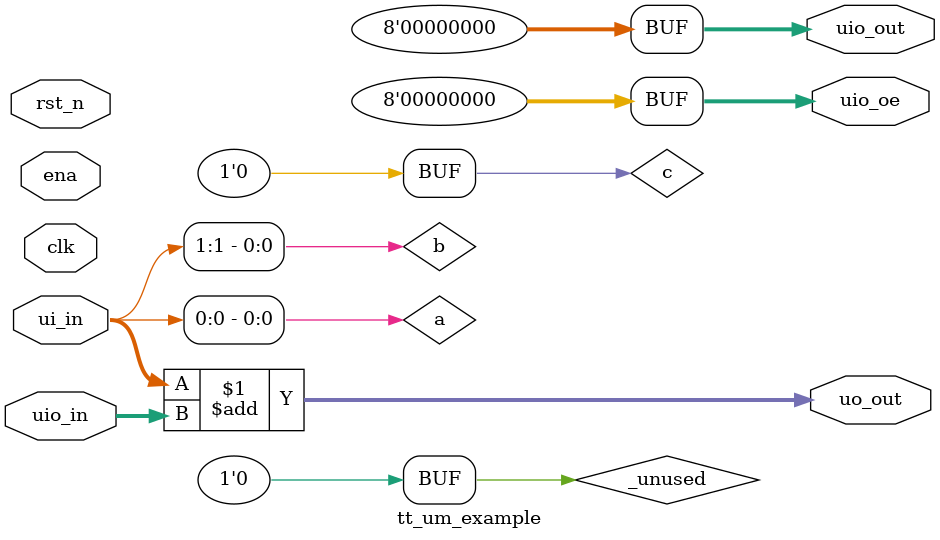
<source format=v>
/*
 * Copyright (c) 2024 Your Name
 * SPDX-License-Identifier: Apache-2.0
 */

`default_nettype none

module tt_um_example (
    input  wire [7:0] ui_in,    // Dedicated inputs
    output wire [7:0] uo_out,   // Dedicated outputs
    input  wire [7:0] uio_in,   // IOs: Input path
    output wire [7:0] uio_out,  // IOs: Output path
    output wire [7:0] uio_oe,   // IOs: Enable path (active high: 0=input, 1=output)
    input  wire       ena,      // always 1 when the design is powered, so you can ignore it
    input  wire       clk,      // clock
    input  wire       rst_n     // reset_n - low to reset
);

  // All output pins must be assigned. If not used, assign to 0.
  assign uo_out  = ui_in + uio_in;  // Example: ou_out is the sum of ui_in and uio_in
  assign uio_out = 0;
  assign uio_oe  = 0;


  // c element using latch

  wire a;
  wire b;
  reg c;


  always @(*) begin
    case ({a, b})
      2'b00: c = 0;
      2'b11: c = 1;
      default: ;
    endcase
  end

  assign a = ui_in[0];  // Example input for a
  assign b = ui_in[1];  // Example input for b
  assign uio_out[0] = c;


  // List all unused inputs to prevent warnings
  wire _unused = &{ena, clk, rst_n, 1'b0};

endmodule

</source>
